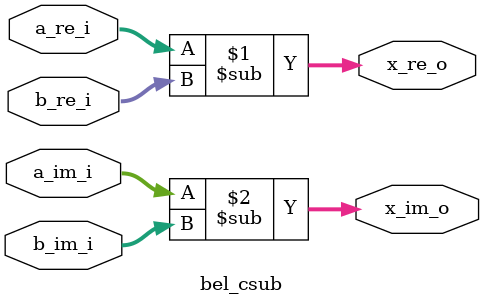
<source format=v>


module bel_csub (a_re_i, a_im_i, b_re_i, b_im_i, x_re_o, x_im_o);

    parameter word_width = 16;

    input signed [word_width - 1:0] a_re_i;
    input signed [word_width - 1:0] a_im_i;
    input signed [word_width - 1:0] b_re_i;
    input signed [word_width - 1:0] b_im_i;
    output signed [word_width - 1:0] x_re_o;
    output signed [word_width - 1:0] x_im_o;

    assign x_re_o = a_re_i - b_re_i;
    assign x_im_o = a_im_i - b_im_i;

endmodule // bel_csub


</source>
